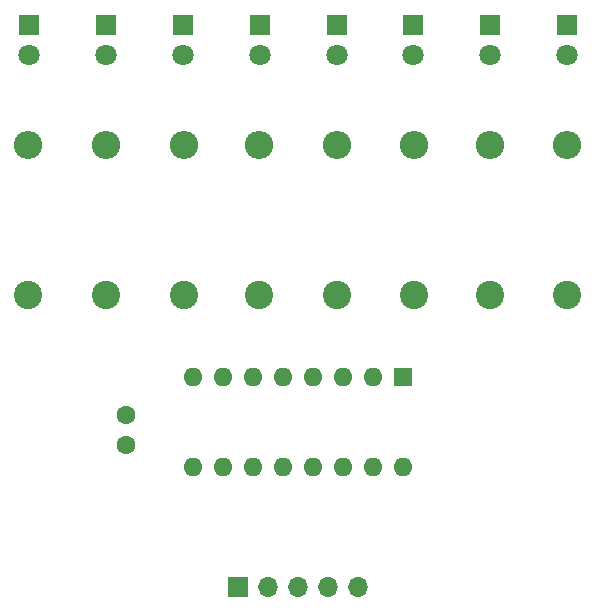
<source format=gbr>
%TF.GenerationSoftware,KiCad,Pcbnew,(6.0.4)*%
%TF.CreationDate,2022-05-01T17:36:18-07:00*%
%TF.ProjectId,Eight LEDBar,45696768-7420-44c4-9544-4261722e6b69,rev?*%
%TF.SameCoordinates,Original*%
%TF.FileFunction,Soldermask,Bot*%
%TF.FilePolarity,Negative*%
%FSLAX46Y46*%
G04 Gerber Fmt 4.6, Leading zero omitted, Abs format (unit mm)*
G04 Created by KiCad (PCBNEW (6.0.4)) date 2022-05-01 17:36:18*
%MOMM*%
%LPD*%
G01*
G04 APERTURE LIST*
%ADD10C,1.600000*%
%ADD11R,1.800000X1.800000*%
%ADD12C,1.800000*%
%ADD13C,2.400000*%
%ADD14O,2.400000X2.400000*%
%ADD15R,1.600000X1.600000*%
%ADD16O,1.600000X1.600000*%
%ADD17R,1.700000X1.700000*%
%ADD18O,1.700000X1.700000*%
G04 APERTURE END LIST*
D10*
%TO.C,C1*%
X121285000Y-102255000D03*
X121285000Y-104755000D03*
%TD*%
D11*
%TO.C,BLUE2*%
X119610000Y-69200000D03*
D12*
X119610000Y-71740000D03*
%TD*%
D13*
%TO.C,R6*%
X145669000Y-92075000D03*
D14*
X145669000Y-79375000D03*
%TD*%
D11*
%TO.C,GREEN2*%
X132620000Y-69200000D03*
D12*
X132620000Y-71740000D03*
%TD*%
D13*
%TO.C,R5*%
X139192000Y-92075000D03*
D14*
X139192000Y-79375000D03*
%TD*%
D13*
%TO.C,R3*%
X126238000Y-92075000D03*
D14*
X126238000Y-79375000D03*
%TD*%
D13*
%TO.C,R1*%
X113030000Y-92075000D03*
D14*
X113030000Y-79375000D03*
%TD*%
D13*
%TO.C,R7*%
X152146000Y-92075000D03*
D14*
X152146000Y-79375000D03*
%TD*%
D15*
%TO.C,U1*%
X144765000Y-99070000D03*
D16*
X142225000Y-99070000D03*
X139685000Y-99070000D03*
X137145000Y-99070000D03*
X134605000Y-99070000D03*
X132065000Y-99070000D03*
X129525000Y-99070000D03*
X126985000Y-99070000D03*
X126985000Y-106690000D03*
X129525000Y-106690000D03*
X132065000Y-106690000D03*
X134605000Y-106690000D03*
X137145000Y-106690000D03*
X139685000Y-106690000D03*
X142225000Y-106690000D03*
X144765000Y-106690000D03*
%TD*%
D11*
%TO.C,YELOW2*%
X145620000Y-69200000D03*
D12*
X145620000Y-71740000D03*
%TD*%
D13*
%TO.C,R4*%
X132588000Y-92075000D03*
D14*
X132588000Y-79375000D03*
%TD*%
D11*
%TO.C,RED2*%
X158630000Y-69210000D03*
D12*
X158630000Y-71750000D03*
%TD*%
D11*
%TO.C,GREEN1*%
X126115000Y-69195000D03*
D12*
X126115000Y-71735000D03*
%TD*%
D13*
%TO.C,R8*%
X158623000Y-92075000D03*
D14*
X158623000Y-79375000D03*
%TD*%
D13*
%TO.C,R2*%
X119634000Y-92075000D03*
D14*
X119634000Y-79375000D03*
%TD*%
D11*
%TO.C,YELOW1*%
X139120000Y-69200000D03*
D12*
X139120000Y-71740000D03*
%TD*%
D11*
%TO.C,RED1*%
X152130000Y-69200000D03*
D12*
X152130000Y-71740000D03*
%TD*%
D17*
%TO.C,J1*%
X130815000Y-116840000D03*
D18*
X133355000Y-116840000D03*
X135895000Y-116840000D03*
X138435000Y-116840000D03*
X140975000Y-116840000D03*
%TD*%
D11*
%TO.C,BLUE1*%
X113100000Y-69200000D03*
D12*
X113100000Y-71740000D03*
%TD*%
M02*

</source>
